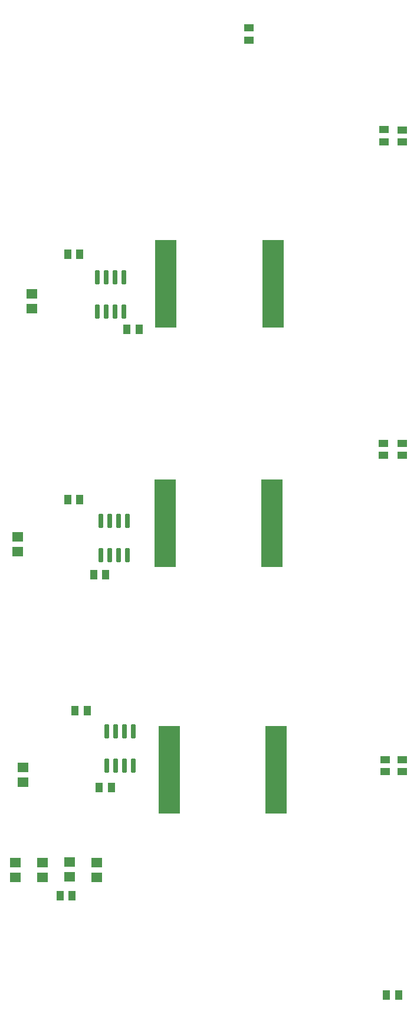
<source format=gtp>
G04*
G04 #@! TF.GenerationSoftware,Altium Limited,Altium Designer,22.2.1 (43)*
G04*
G04 Layer_Color=8421504*
%FSLAX25Y25*%
%MOIN*%
G70*
G04*
G04 #@! TF.SameCoordinates,550063A1-71E6-411B-B153-969BAF3FA875*
G04*
G04*
G04 #@! TF.FilePolarity,Positive*
G04*
G01*
G75*
%ADD18R,0.04134X0.05315*%
%ADD19R,0.06102X0.05315*%
%ADD20R,0.05315X0.04134*%
%ADD21R,0.12402X0.49213*%
G04:AMPARAMS|DCode=22|XSize=77.56mil|YSize=23.62mil|CornerRadius=2.95mil|HoleSize=0mil|Usage=FLASHONLY|Rotation=270.000|XOffset=0mil|YOffset=0mil|HoleType=Round|Shape=RoundedRectangle|*
%AMROUNDEDRECTD22*
21,1,0.07756,0.01772,0,0,270.0*
21,1,0.07165,0.02362,0,0,270.0*
1,1,0.00591,-0.00886,-0.03583*
1,1,0.00591,-0.00886,0.03583*
1,1,0.00591,0.00886,0.03583*
1,1,0.00591,0.00886,-0.03583*
%
%ADD22ROUNDEDRECTD22*%
D18*
X739000Y170000D02*
D03*
X745890D02*
D03*
X930445Y114000D02*
D03*
X923555D02*
D03*
X783645Y489100D02*
D03*
X776755D02*
D03*
X757955Y351000D02*
D03*
X764845D02*
D03*
X761055Y231000D02*
D03*
X767945D02*
D03*
X743255Y531500D02*
D03*
X750145D02*
D03*
X743355Y393400D02*
D03*
X750245D02*
D03*
X747555Y274400D02*
D03*
X754445D02*
D03*
D19*
X729085Y180232D02*
D03*
Y188500D02*
D03*
X713752D02*
D03*
Y180232D02*
D03*
X759752D02*
D03*
Y188500D02*
D03*
X744419Y188768D02*
D03*
Y180500D02*
D03*
X723000Y509134D02*
D03*
Y500866D02*
D03*
X715000Y372134D02*
D03*
Y363866D02*
D03*
X718000Y242134D02*
D03*
Y233866D02*
D03*
D20*
X845900Y659245D02*
D03*
Y652355D02*
D03*
X922000Y594955D02*
D03*
X932500Y601745D02*
D03*
Y594855D02*
D03*
X922000Y601845D02*
D03*
X932300Y246745D02*
D03*
Y239855D02*
D03*
Y424990D02*
D03*
Y418100D02*
D03*
X922700Y246745D02*
D03*
Y239855D02*
D03*
X921800Y424990D02*
D03*
Y418100D02*
D03*
D21*
X800778Y240800D02*
D03*
X861211D02*
D03*
X858716Y380000D02*
D03*
X798283D02*
D03*
X859311Y515000D02*
D03*
X798878D02*
D03*
D22*
X775000Y499276D02*
D03*
X770000D02*
D03*
X765000D02*
D03*
X760000D02*
D03*
Y518724D02*
D03*
X765000D02*
D03*
X770000D02*
D03*
X775000D02*
D03*
X777000Y361776D02*
D03*
X772000D02*
D03*
X767000D02*
D03*
X762000D02*
D03*
Y381224D02*
D03*
X767000D02*
D03*
X772000D02*
D03*
X777000D02*
D03*
X780500Y262724D02*
D03*
X775500D02*
D03*
X770500D02*
D03*
X765500D02*
D03*
Y243276D02*
D03*
X770500D02*
D03*
X775500D02*
D03*
X780500D02*
D03*
M02*

</source>
